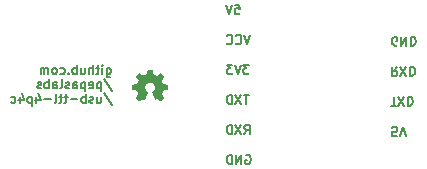
<source format=gbo>
G04 (created by PCBNEW (22-Jun-2014 BZR 4027)-stable) date Wed 04 Apr 2018 03:10:39 AM CDT*
%MOIN*%
G04 Gerber Fmt 3.4, Leading zero omitted, Abs format*
%FSLAX34Y34*%
G01*
G70*
G90*
G04 APERTURE LIST*
%ADD10C,0.00590551*%
%ADD11C,0.006*%
%ADD12C,0.0001*%
G04 APERTURE END LIST*
G54D10*
G54D11*
X70078Y-42071D02*
X69978Y-42371D01*
X69878Y-42071D01*
X69607Y-42342D02*
X69621Y-42357D01*
X69664Y-42371D01*
X69692Y-42371D01*
X69735Y-42357D01*
X69764Y-42328D01*
X69778Y-42300D01*
X69792Y-42242D01*
X69792Y-42200D01*
X69778Y-42142D01*
X69764Y-42114D01*
X69735Y-42085D01*
X69692Y-42071D01*
X69664Y-42071D01*
X69621Y-42085D01*
X69607Y-42100D01*
X69307Y-42342D02*
X69321Y-42357D01*
X69364Y-42371D01*
X69392Y-42371D01*
X69435Y-42357D01*
X69464Y-42328D01*
X69478Y-42300D01*
X69492Y-42242D01*
X69492Y-42200D01*
X69478Y-42142D01*
X69464Y-42114D01*
X69435Y-42085D01*
X69392Y-42071D01*
X69364Y-42071D01*
X69321Y-42085D01*
X69307Y-42100D01*
X65300Y-43171D02*
X65300Y-43414D01*
X65314Y-43442D01*
X65328Y-43457D01*
X65357Y-43471D01*
X65400Y-43471D01*
X65428Y-43457D01*
X65300Y-43357D02*
X65328Y-43371D01*
X65385Y-43371D01*
X65414Y-43357D01*
X65428Y-43342D01*
X65442Y-43314D01*
X65442Y-43228D01*
X65428Y-43200D01*
X65414Y-43185D01*
X65385Y-43171D01*
X65328Y-43171D01*
X65300Y-43185D01*
X65157Y-43371D02*
X65157Y-43171D01*
X65157Y-43071D02*
X65171Y-43085D01*
X65157Y-43100D01*
X65142Y-43085D01*
X65157Y-43071D01*
X65157Y-43100D01*
X65057Y-43171D02*
X64942Y-43171D01*
X65014Y-43071D02*
X65014Y-43328D01*
X65000Y-43357D01*
X64971Y-43371D01*
X64942Y-43371D01*
X64842Y-43371D02*
X64842Y-43071D01*
X64714Y-43371D02*
X64714Y-43214D01*
X64728Y-43185D01*
X64757Y-43171D01*
X64799Y-43171D01*
X64828Y-43185D01*
X64842Y-43200D01*
X64442Y-43171D02*
X64442Y-43371D01*
X64571Y-43171D02*
X64571Y-43328D01*
X64557Y-43357D01*
X64528Y-43371D01*
X64485Y-43371D01*
X64457Y-43357D01*
X64442Y-43342D01*
X64299Y-43371D02*
X64299Y-43071D01*
X64299Y-43185D02*
X64271Y-43171D01*
X64214Y-43171D01*
X64185Y-43185D01*
X64171Y-43200D01*
X64157Y-43228D01*
X64157Y-43314D01*
X64171Y-43342D01*
X64185Y-43357D01*
X64214Y-43371D01*
X64271Y-43371D01*
X64299Y-43357D01*
X64028Y-43342D02*
X64014Y-43357D01*
X64028Y-43371D01*
X64042Y-43357D01*
X64028Y-43342D01*
X64028Y-43371D01*
X63757Y-43357D02*
X63785Y-43371D01*
X63842Y-43371D01*
X63871Y-43357D01*
X63885Y-43342D01*
X63899Y-43314D01*
X63899Y-43228D01*
X63885Y-43200D01*
X63871Y-43185D01*
X63842Y-43171D01*
X63785Y-43171D01*
X63757Y-43185D01*
X63585Y-43371D02*
X63614Y-43357D01*
X63628Y-43342D01*
X63642Y-43314D01*
X63642Y-43228D01*
X63628Y-43200D01*
X63614Y-43185D01*
X63585Y-43171D01*
X63542Y-43171D01*
X63514Y-43185D01*
X63499Y-43200D01*
X63485Y-43228D01*
X63485Y-43314D01*
X63499Y-43342D01*
X63514Y-43357D01*
X63542Y-43371D01*
X63585Y-43371D01*
X63357Y-43371D02*
X63357Y-43171D01*
X63357Y-43200D02*
X63342Y-43185D01*
X63314Y-43171D01*
X63271Y-43171D01*
X63242Y-43185D01*
X63228Y-43214D01*
X63228Y-43371D01*
X63228Y-43214D02*
X63214Y-43185D01*
X63185Y-43171D01*
X63142Y-43171D01*
X63114Y-43185D01*
X63099Y-43214D01*
X63099Y-43371D01*
X65214Y-43537D02*
X65471Y-43922D01*
X65114Y-43651D02*
X65114Y-43951D01*
X65114Y-43665D02*
X65085Y-43651D01*
X65028Y-43651D01*
X65000Y-43665D01*
X64985Y-43680D01*
X64971Y-43708D01*
X64971Y-43794D01*
X64985Y-43822D01*
X65000Y-43837D01*
X65028Y-43851D01*
X65085Y-43851D01*
X65114Y-43837D01*
X64728Y-43837D02*
X64757Y-43851D01*
X64814Y-43851D01*
X64842Y-43837D01*
X64857Y-43808D01*
X64857Y-43694D01*
X64842Y-43665D01*
X64814Y-43651D01*
X64757Y-43651D01*
X64728Y-43665D01*
X64714Y-43694D01*
X64714Y-43722D01*
X64857Y-43751D01*
X64585Y-43651D02*
X64585Y-43951D01*
X64585Y-43665D02*
X64557Y-43651D01*
X64499Y-43651D01*
X64471Y-43665D01*
X64457Y-43680D01*
X64442Y-43708D01*
X64442Y-43794D01*
X64457Y-43822D01*
X64471Y-43837D01*
X64499Y-43851D01*
X64557Y-43851D01*
X64585Y-43837D01*
X64185Y-43851D02*
X64185Y-43694D01*
X64199Y-43665D01*
X64228Y-43651D01*
X64285Y-43651D01*
X64314Y-43665D01*
X64185Y-43837D02*
X64214Y-43851D01*
X64285Y-43851D01*
X64314Y-43837D01*
X64328Y-43808D01*
X64328Y-43780D01*
X64314Y-43751D01*
X64285Y-43737D01*
X64214Y-43737D01*
X64185Y-43722D01*
X64057Y-43837D02*
X64028Y-43851D01*
X63971Y-43851D01*
X63942Y-43837D01*
X63928Y-43808D01*
X63928Y-43794D01*
X63942Y-43765D01*
X63971Y-43751D01*
X64014Y-43751D01*
X64042Y-43737D01*
X64057Y-43708D01*
X64057Y-43694D01*
X64042Y-43665D01*
X64014Y-43651D01*
X63971Y-43651D01*
X63942Y-43665D01*
X63757Y-43851D02*
X63785Y-43837D01*
X63799Y-43808D01*
X63799Y-43551D01*
X63514Y-43851D02*
X63514Y-43694D01*
X63528Y-43665D01*
X63557Y-43651D01*
X63614Y-43651D01*
X63642Y-43665D01*
X63514Y-43837D02*
X63542Y-43851D01*
X63614Y-43851D01*
X63642Y-43837D01*
X63657Y-43808D01*
X63657Y-43780D01*
X63642Y-43751D01*
X63614Y-43737D01*
X63542Y-43737D01*
X63514Y-43722D01*
X63371Y-43851D02*
X63371Y-43551D01*
X63371Y-43665D02*
X63342Y-43651D01*
X63285Y-43651D01*
X63257Y-43665D01*
X63242Y-43680D01*
X63228Y-43708D01*
X63228Y-43794D01*
X63242Y-43822D01*
X63257Y-43837D01*
X63285Y-43851D01*
X63342Y-43851D01*
X63371Y-43837D01*
X63114Y-43837D02*
X63085Y-43851D01*
X63028Y-43851D01*
X62999Y-43837D01*
X62985Y-43808D01*
X62985Y-43794D01*
X62999Y-43765D01*
X63028Y-43751D01*
X63071Y-43751D01*
X63099Y-43737D01*
X63114Y-43708D01*
X63114Y-43694D01*
X63099Y-43665D01*
X63071Y-43651D01*
X63028Y-43651D01*
X62999Y-43665D01*
X65214Y-44017D02*
X65471Y-44402D01*
X64985Y-44131D02*
X64985Y-44331D01*
X65114Y-44131D02*
X65114Y-44288D01*
X65100Y-44317D01*
X65071Y-44331D01*
X65028Y-44331D01*
X65000Y-44317D01*
X64985Y-44302D01*
X64857Y-44317D02*
X64828Y-44331D01*
X64771Y-44331D01*
X64742Y-44317D01*
X64728Y-44288D01*
X64728Y-44274D01*
X64742Y-44245D01*
X64771Y-44231D01*
X64814Y-44231D01*
X64842Y-44217D01*
X64857Y-44188D01*
X64857Y-44174D01*
X64842Y-44145D01*
X64814Y-44131D01*
X64771Y-44131D01*
X64742Y-44145D01*
X64599Y-44331D02*
X64599Y-44031D01*
X64599Y-44145D02*
X64571Y-44131D01*
X64514Y-44131D01*
X64485Y-44145D01*
X64471Y-44160D01*
X64457Y-44188D01*
X64457Y-44274D01*
X64471Y-44302D01*
X64485Y-44317D01*
X64514Y-44331D01*
X64571Y-44331D01*
X64599Y-44317D01*
X64328Y-44217D02*
X64099Y-44217D01*
X63999Y-44131D02*
X63885Y-44131D01*
X63957Y-44031D02*
X63957Y-44288D01*
X63942Y-44317D01*
X63914Y-44331D01*
X63885Y-44331D01*
X63828Y-44131D02*
X63714Y-44131D01*
X63785Y-44031D02*
X63785Y-44288D01*
X63771Y-44317D01*
X63742Y-44331D01*
X63714Y-44331D01*
X63571Y-44331D02*
X63599Y-44317D01*
X63614Y-44288D01*
X63614Y-44031D01*
X63457Y-44217D02*
X63228Y-44217D01*
X62957Y-44131D02*
X62957Y-44331D01*
X63028Y-44017D02*
X63099Y-44231D01*
X62914Y-44231D01*
X62799Y-44131D02*
X62799Y-44431D01*
X62799Y-44145D02*
X62771Y-44131D01*
X62714Y-44131D01*
X62685Y-44145D01*
X62671Y-44160D01*
X62657Y-44188D01*
X62657Y-44274D01*
X62671Y-44302D01*
X62685Y-44317D01*
X62714Y-44331D01*
X62771Y-44331D01*
X62799Y-44317D01*
X62399Y-44131D02*
X62399Y-44331D01*
X62471Y-44017D02*
X62542Y-44231D01*
X62357Y-44231D01*
X62114Y-44317D02*
X62142Y-44331D01*
X62199Y-44331D01*
X62228Y-44317D01*
X62242Y-44302D01*
X62257Y-44274D01*
X62257Y-44188D01*
X62242Y-44160D01*
X62228Y-44145D01*
X62199Y-44131D01*
X62142Y-44131D01*
X62114Y-44145D01*
X74978Y-42414D02*
X74950Y-42428D01*
X74907Y-42428D01*
X74864Y-42414D01*
X74835Y-42385D01*
X74821Y-42357D01*
X74807Y-42300D01*
X74807Y-42257D01*
X74821Y-42200D01*
X74835Y-42171D01*
X74864Y-42142D01*
X74907Y-42128D01*
X74935Y-42128D01*
X74978Y-42142D01*
X74992Y-42157D01*
X74992Y-42257D01*
X74935Y-42257D01*
X75121Y-42128D02*
X75121Y-42428D01*
X75292Y-42128D01*
X75292Y-42428D01*
X75435Y-42128D02*
X75435Y-42428D01*
X75507Y-42428D01*
X75550Y-42414D01*
X75578Y-42385D01*
X75592Y-42357D01*
X75607Y-42300D01*
X75607Y-42257D01*
X75592Y-42200D01*
X75578Y-42171D01*
X75550Y-42142D01*
X75507Y-42128D01*
X75435Y-42128D01*
X74992Y-43128D02*
X74892Y-43271D01*
X74821Y-43128D02*
X74821Y-43428D01*
X74935Y-43428D01*
X74964Y-43414D01*
X74978Y-43400D01*
X74992Y-43371D01*
X74992Y-43328D01*
X74978Y-43300D01*
X74964Y-43285D01*
X74935Y-43271D01*
X74821Y-43271D01*
X75092Y-43428D02*
X75292Y-43128D01*
X75292Y-43428D02*
X75092Y-43128D01*
X75407Y-43128D02*
X75407Y-43428D01*
X75478Y-43428D01*
X75521Y-43414D01*
X75550Y-43385D01*
X75564Y-43357D01*
X75578Y-43300D01*
X75578Y-43257D01*
X75564Y-43200D01*
X75550Y-43171D01*
X75521Y-43142D01*
X75478Y-43128D01*
X75407Y-43128D01*
X74778Y-44428D02*
X74950Y-44428D01*
X74864Y-44128D02*
X74864Y-44428D01*
X75021Y-44428D02*
X75221Y-44128D01*
X75221Y-44428D02*
X75021Y-44128D01*
X75335Y-44128D02*
X75335Y-44428D01*
X75407Y-44428D01*
X75449Y-44414D01*
X75478Y-44385D01*
X75492Y-44357D01*
X75507Y-44300D01*
X75507Y-44257D01*
X75492Y-44200D01*
X75478Y-44171D01*
X75449Y-44142D01*
X75407Y-44128D01*
X75335Y-44128D01*
X74964Y-45428D02*
X74821Y-45428D01*
X74807Y-45285D01*
X74821Y-45300D01*
X74850Y-45314D01*
X74921Y-45314D01*
X74950Y-45300D01*
X74964Y-45285D01*
X74978Y-45257D01*
X74978Y-45185D01*
X74964Y-45157D01*
X74950Y-45142D01*
X74921Y-45128D01*
X74850Y-45128D01*
X74821Y-45142D01*
X74807Y-45157D01*
X75064Y-45428D02*
X75164Y-45128D01*
X75264Y-45428D01*
X69578Y-41071D02*
X69721Y-41071D01*
X69735Y-41214D01*
X69721Y-41200D01*
X69692Y-41185D01*
X69621Y-41185D01*
X69592Y-41200D01*
X69578Y-41214D01*
X69564Y-41242D01*
X69564Y-41314D01*
X69578Y-41342D01*
X69592Y-41357D01*
X69621Y-41371D01*
X69692Y-41371D01*
X69721Y-41357D01*
X69735Y-41342D01*
X69478Y-41071D02*
X69378Y-41371D01*
X69278Y-41071D01*
X69935Y-46085D02*
X69964Y-46071D01*
X70007Y-46071D01*
X70050Y-46085D01*
X70078Y-46114D01*
X70092Y-46142D01*
X70107Y-46200D01*
X70107Y-46242D01*
X70092Y-46300D01*
X70078Y-46328D01*
X70050Y-46357D01*
X70007Y-46371D01*
X69978Y-46371D01*
X69935Y-46357D01*
X69921Y-46342D01*
X69921Y-46242D01*
X69978Y-46242D01*
X69792Y-46371D02*
X69792Y-46071D01*
X69621Y-46371D01*
X69621Y-46071D01*
X69478Y-46371D02*
X69478Y-46071D01*
X69407Y-46071D01*
X69364Y-46085D01*
X69335Y-46114D01*
X69321Y-46142D01*
X69307Y-46200D01*
X69307Y-46242D01*
X69321Y-46300D01*
X69335Y-46328D01*
X69364Y-46357D01*
X69407Y-46371D01*
X69478Y-46371D01*
X69892Y-45371D02*
X69992Y-45228D01*
X70064Y-45371D02*
X70064Y-45071D01*
X69950Y-45071D01*
X69921Y-45085D01*
X69907Y-45100D01*
X69892Y-45128D01*
X69892Y-45171D01*
X69907Y-45200D01*
X69921Y-45214D01*
X69950Y-45228D01*
X70064Y-45228D01*
X69792Y-45071D02*
X69592Y-45371D01*
X69592Y-45071D02*
X69792Y-45371D01*
X69478Y-45371D02*
X69478Y-45071D01*
X69407Y-45071D01*
X69364Y-45085D01*
X69335Y-45114D01*
X69321Y-45142D01*
X69307Y-45200D01*
X69307Y-45242D01*
X69321Y-45300D01*
X69335Y-45328D01*
X69364Y-45357D01*
X69407Y-45371D01*
X69478Y-45371D01*
X70035Y-44071D02*
X69864Y-44071D01*
X69949Y-44371D02*
X69949Y-44071D01*
X69792Y-44071D02*
X69592Y-44371D01*
X69592Y-44071D02*
X69792Y-44371D01*
X69478Y-44371D02*
X69478Y-44071D01*
X69407Y-44071D01*
X69364Y-44085D01*
X69335Y-44114D01*
X69321Y-44142D01*
X69307Y-44200D01*
X69307Y-44242D01*
X69321Y-44300D01*
X69335Y-44328D01*
X69364Y-44357D01*
X69407Y-44371D01*
X69478Y-44371D01*
X70035Y-43071D02*
X69850Y-43071D01*
X69950Y-43185D01*
X69907Y-43185D01*
X69878Y-43200D01*
X69864Y-43214D01*
X69850Y-43242D01*
X69850Y-43314D01*
X69864Y-43342D01*
X69878Y-43357D01*
X69907Y-43371D01*
X69992Y-43371D01*
X70021Y-43357D01*
X70035Y-43342D01*
X69764Y-43071D02*
X69664Y-43371D01*
X69564Y-43071D01*
X69492Y-43071D02*
X69307Y-43071D01*
X69407Y-43185D01*
X69364Y-43185D01*
X69335Y-43200D01*
X69321Y-43214D01*
X69307Y-43242D01*
X69307Y-43314D01*
X69321Y-43342D01*
X69335Y-43357D01*
X69364Y-43371D01*
X69450Y-43371D01*
X69478Y-43357D01*
X69492Y-43342D01*
G54D12*
G36*
X67108Y-44280D02*
X67101Y-44277D01*
X67088Y-44268D01*
X67068Y-44255D01*
X67045Y-44240D01*
X67021Y-44224D01*
X67002Y-44211D01*
X66988Y-44202D01*
X66983Y-44199D01*
X66980Y-44200D01*
X66969Y-44206D01*
X66953Y-44214D01*
X66943Y-44219D01*
X66928Y-44225D01*
X66921Y-44227D01*
X66920Y-44225D01*
X66914Y-44213D01*
X66906Y-44194D01*
X66895Y-44168D01*
X66882Y-44138D01*
X66868Y-44106D01*
X66855Y-44073D01*
X66842Y-44042D01*
X66830Y-44013D01*
X66821Y-43990D01*
X66815Y-43974D01*
X66812Y-43967D01*
X66813Y-43966D01*
X66820Y-43959D01*
X66833Y-43949D01*
X66861Y-43926D01*
X66889Y-43892D01*
X66906Y-43853D01*
X66911Y-43809D01*
X66907Y-43769D01*
X66891Y-43731D01*
X66864Y-43696D01*
X66831Y-43670D01*
X66793Y-43654D01*
X66750Y-43649D01*
X66709Y-43653D01*
X66670Y-43669D01*
X66635Y-43695D01*
X66620Y-43712D01*
X66600Y-43748D01*
X66588Y-43785D01*
X66587Y-43794D01*
X66589Y-43836D01*
X66601Y-43876D01*
X66623Y-43911D01*
X66653Y-43940D01*
X66657Y-43943D01*
X66671Y-43954D01*
X66681Y-43961D01*
X66688Y-43967D01*
X66635Y-44094D01*
X66627Y-44114D01*
X66612Y-44149D01*
X66600Y-44179D01*
X66589Y-44203D01*
X66582Y-44219D01*
X66579Y-44225D01*
X66579Y-44225D01*
X66574Y-44226D01*
X66565Y-44223D01*
X66547Y-44214D01*
X66535Y-44208D01*
X66522Y-44202D01*
X66516Y-44199D01*
X66510Y-44202D01*
X66497Y-44210D01*
X66479Y-44223D01*
X66456Y-44238D01*
X66434Y-44253D01*
X66414Y-44266D01*
X66400Y-44276D01*
X66393Y-44279D01*
X66392Y-44279D01*
X66385Y-44276D01*
X66374Y-44266D01*
X66357Y-44250D01*
X66332Y-44226D01*
X66328Y-44222D01*
X66308Y-44202D01*
X66292Y-44184D01*
X66281Y-44172D01*
X66277Y-44167D01*
X66277Y-44167D01*
X66281Y-44160D01*
X66290Y-44145D01*
X66303Y-44125D01*
X66319Y-44101D01*
X66361Y-44040D01*
X66338Y-43983D01*
X66331Y-43965D01*
X66322Y-43943D01*
X66315Y-43928D01*
X66312Y-43921D01*
X66305Y-43919D01*
X66290Y-43915D01*
X66267Y-43911D01*
X66239Y-43906D01*
X66213Y-43901D01*
X66190Y-43896D01*
X66173Y-43893D01*
X66165Y-43892D01*
X66163Y-43890D01*
X66162Y-43887D01*
X66161Y-43879D01*
X66160Y-43864D01*
X66160Y-43842D01*
X66160Y-43809D01*
X66160Y-43806D01*
X66160Y-43775D01*
X66161Y-43750D01*
X66162Y-43735D01*
X66163Y-43728D01*
X66163Y-43728D01*
X66170Y-43726D01*
X66187Y-43723D01*
X66210Y-43718D01*
X66238Y-43713D01*
X66240Y-43713D01*
X66268Y-43707D01*
X66291Y-43702D01*
X66308Y-43699D01*
X66315Y-43696D01*
X66316Y-43694D01*
X66322Y-43683D01*
X66330Y-43666D01*
X66339Y-43645D01*
X66348Y-43623D01*
X66356Y-43603D01*
X66361Y-43589D01*
X66363Y-43582D01*
X66363Y-43582D01*
X66359Y-43575D01*
X66349Y-43561D01*
X66335Y-43541D01*
X66319Y-43517D01*
X66318Y-43515D01*
X66302Y-43491D01*
X66289Y-43471D01*
X66280Y-43457D01*
X66277Y-43451D01*
X66277Y-43450D01*
X66282Y-43443D01*
X66294Y-43430D01*
X66312Y-43412D01*
X66332Y-43391D01*
X66339Y-43385D01*
X66362Y-43362D01*
X66378Y-43348D01*
X66388Y-43340D01*
X66392Y-43338D01*
X66393Y-43338D01*
X66400Y-43342D01*
X66415Y-43352D01*
X66435Y-43366D01*
X66459Y-43382D01*
X66460Y-43383D01*
X66484Y-43399D01*
X66504Y-43413D01*
X66518Y-43422D01*
X66524Y-43425D01*
X66525Y-43425D01*
X66534Y-43423D01*
X66551Y-43417D01*
X66572Y-43409D01*
X66594Y-43400D01*
X66614Y-43392D01*
X66628Y-43385D01*
X66635Y-43381D01*
X66636Y-43381D01*
X66638Y-43372D01*
X66642Y-43354D01*
X66647Y-43330D01*
X66653Y-43301D01*
X66654Y-43297D01*
X66659Y-43268D01*
X66663Y-43245D01*
X66667Y-43229D01*
X66668Y-43222D01*
X66672Y-43222D01*
X66686Y-43221D01*
X66707Y-43220D01*
X66733Y-43220D01*
X66759Y-43220D01*
X66785Y-43220D01*
X66807Y-43221D01*
X66823Y-43222D01*
X66830Y-43224D01*
X66830Y-43224D01*
X66832Y-43233D01*
X66836Y-43250D01*
X66841Y-43275D01*
X66847Y-43304D01*
X66848Y-43309D01*
X66853Y-43337D01*
X66858Y-43360D01*
X66861Y-43376D01*
X66863Y-43382D01*
X66865Y-43383D01*
X66877Y-43389D01*
X66896Y-43396D01*
X66919Y-43406D01*
X66973Y-43428D01*
X67039Y-43382D01*
X67045Y-43378D01*
X67069Y-43362D01*
X67089Y-43349D01*
X67103Y-43340D01*
X67108Y-43337D01*
X67109Y-43337D01*
X67115Y-43343D01*
X67128Y-43355D01*
X67146Y-43373D01*
X67167Y-43393D01*
X67183Y-43409D01*
X67201Y-43427D01*
X67212Y-43440D01*
X67219Y-43448D01*
X67221Y-43453D01*
X67220Y-43456D01*
X67216Y-43463D01*
X67206Y-43477D01*
X67193Y-43498D01*
X67177Y-43521D01*
X67163Y-43541D01*
X67149Y-43563D01*
X67140Y-43579D01*
X67136Y-43586D01*
X67137Y-43590D01*
X67142Y-43603D01*
X67150Y-43622D01*
X67160Y-43646D01*
X67183Y-43698D01*
X67217Y-43705D01*
X67238Y-43709D01*
X67267Y-43714D01*
X67295Y-43720D01*
X67339Y-43728D01*
X67340Y-43887D01*
X67333Y-43890D01*
X67327Y-43892D01*
X67311Y-43896D01*
X67288Y-43900D01*
X67261Y-43905D01*
X67237Y-43910D01*
X67214Y-43914D01*
X67197Y-43917D01*
X67190Y-43919D01*
X67188Y-43921D01*
X67182Y-43933D01*
X67174Y-43951D01*
X67165Y-43972D01*
X67155Y-43995D01*
X67147Y-44015D01*
X67141Y-44031D01*
X67139Y-44039D01*
X67142Y-44045D01*
X67151Y-44059D01*
X67164Y-44079D01*
X67180Y-44102D01*
X67196Y-44125D01*
X67209Y-44145D01*
X67219Y-44159D01*
X67222Y-44166D01*
X67220Y-44170D01*
X67211Y-44181D01*
X67194Y-44199D01*
X67168Y-44225D01*
X67163Y-44229D01*
X67143Y-44249D01*
X67125Y-44265D01*
X67113Y-44276D01*
X67108Y-44280D01*
X67108Y-44280D01*
G37*
M02*

</source>
